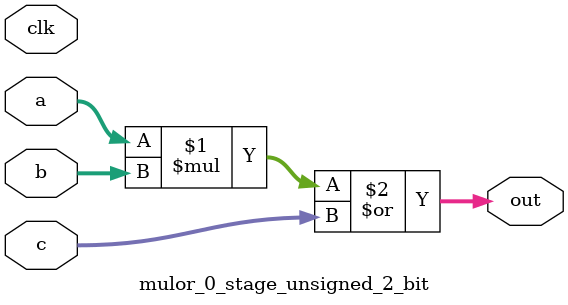
<source format=sv>
(* use_dsp = "yes" *) module mulor_0_stage_unsigned_2_bit(
	input  [1:0] a,
	input  [1:0] b,
	input  [1:0] c,
	output [1:0] out,
	input clk);

	assign out = (a * b) | c;
endmodule

</source>
